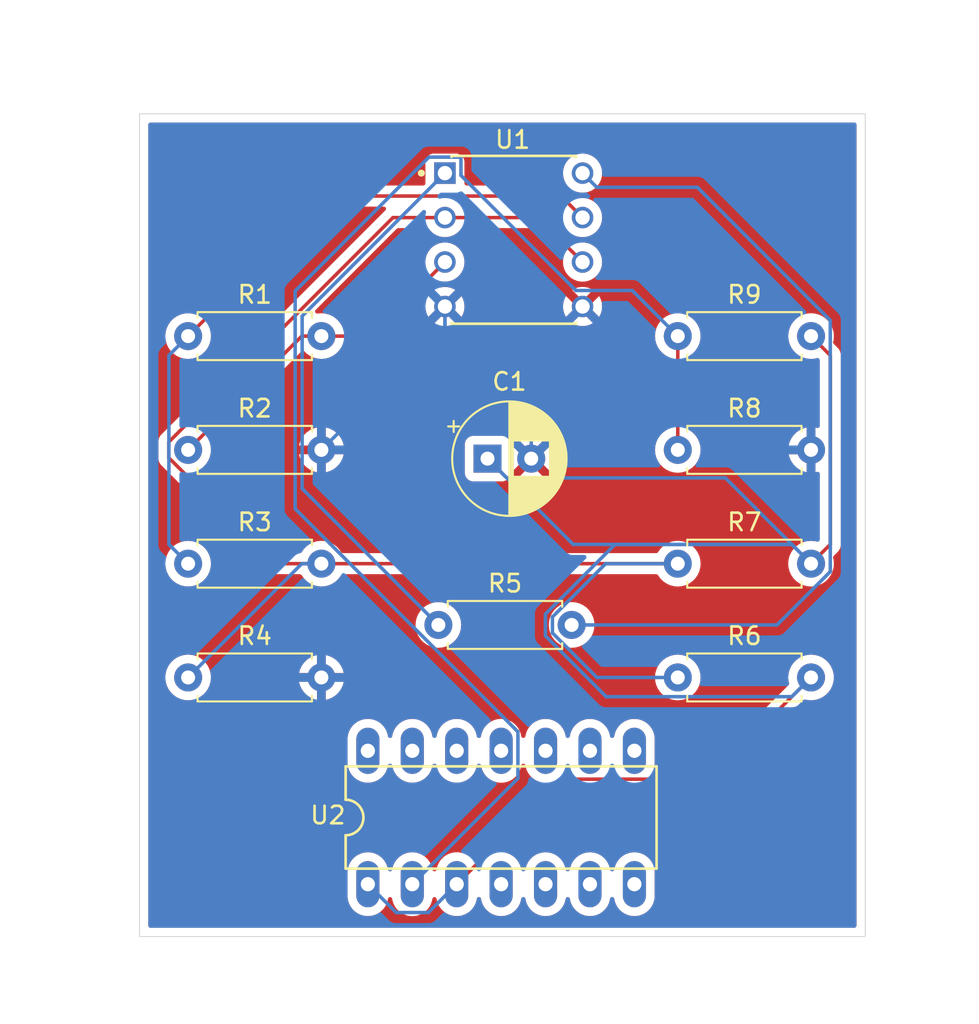
<source format=kicad_pcb>
(kicad_pcb (version 20240108) (generator "pcbnew") (generator_version "8.0")
  (title_block (title "Active Low Pass Filter IN-AMP") (date "2024-08-22") (rev "1") (company "Instituite of Radio Physics & Electronics; Calcutta University") (comment 1 "PCB Circuit Diagram"))
  (layers (0 "F.Cu" signal) (31 "B.Cu" signal) (34 "B.Paste" user) (35 "F.Paste" user) (36 "B.SilkS" user "B.Silkscreen") (37 "F.SilkS" user "F.Silkscreen") (38 "B.Mask" user) (39 "F.Mask" user) (44 "Edge.Cuts" user))
  (net 0 "")
  (net 1 "GND")
  (net 2 "/Vout")
  (net 3 "/VDD")
  (net 4 "Net-(U1-+)")
  (net 5 "Net-(U1--)")
  (net 6 "Net-(R5-Pad1)")
  (net 7 "Net-(R5-Pad2)")
  (net 8 "Net-(U2A--)")
  (footprint "Resistor_THT:R_Axial_DIN0207_L6.3mm_D2.5mm_P7.62mm_Horizontal" (layer "F.Cu") (at 133.7575 91.7)
    (property "Reference" "R1" (at 3.81 -2.37 0) (layer "F.SilkS"))
    (property "Value" "100k")
    (fp_line (start 0.54 -1.37) (end 7.08 -1.37) (stroke (width 0.12)) (layer "F.SilkS"))
    (fp_line (start 0.54 -1.04) (end 0.54 -1.37) (stroke (width 0.12)) (layer "F.SilkS"))
    (fp_line (start 0.54 1.04) (end 0.54 1.37) (stroke (width 0.12)) (layer "F.SilkS"))
    (fp_line (start 0.54 1.37) (end 7.08 1.37) (stroke (width 0.12)) (layer "F.SilkS"))
    (fp_line (start 7.08 -1.37) (end 7.08 -1.04) (stroke (width 0.12)) (layer "F.SilkS"))
    (fp_line (start 7.08 1.37) (end 7.08 1.04) (stroke (width 0.12)) (layer "F.SilkS"))
    (pad "1" thru_hole circle (at 0 0) (size 1.6 1.6) (drill 0.8) (layers "*.Cu" "*.Mask") (net 3 "/VDD"))
    (pad "2" thru_hole oval (at 7.62 0) (size 1.6 1.6) (drill 0.8) (layers "*.Cu" "*.Mask") (net 4 "Net-(U1-+)"))
  )
  (footprint "Resistor_THT:R_Axial_DIN0207_L6.3mm_D2.5mm_P7.62mm_Horizontal" (layer "F.Cu") (at 161.7575 104.7)
    (property "Reference" "R7" (at 3.81 -2.37 0) (layer "F.SilkS"))
    (property "Value" "10k")
    (fp_line (start 0.54 -1.37) (end 7.08 -1.37) (stroke (width 0.12)) (layer "F.SilkS"))
    (fp_line (start 0.54 -1.04) (end 0.54 -1.37) (stroke (width 0.12)) (layer "F.SilkS"))
    (fp_line (start 0.54 1.04) (end 0.54 1.37) (stroke (width 0.12)) (layer "F.SilkS"))
    (fp_line (start 0.54 1.37) (end 7.08 1.37) (stroke (width 0.12)) (layer "F.SilkS"))
    (fp_line (start 7.08 -1.37) (end 7.08 -1.04) (stroke (width 0.12)) (layer "F.SilkS"))
    (fp_line (start 7.08 1.37) (end 7.08 1.04) (stroke (width 0.12)) (layer "F.SilkS"))
    (pad "1" thru_hole circle (at 0 0) (size 1.6 1.6) (drill 0.8) (layers "*.Cu" "*.Mask") (net 5 "Net-(U1--)"))
    (pad "2" thru_hole oval (at 7.62 0) (size 1.6 1.6) (drill 0.8) (layers "*.Cu" "*.Mask") (net 2 "/Vout"))
  )
  (footprint "Resistor_THT:R_Axial_DIN0207_L6.3mm_D2.5mm_P7.62mm_Horizontal" (layer "F.Cu") (at 161.7575 91.7)
    (property "Reference" "R9" (at 3.81 -2.37 0) (layer "F.SilkS"))
    (property "Value" "50k")
    (fp_line (start 0.54 -1.37) (end 7.08 -1.37) (stroke (width 0.12)) (layer "F.SilkS"))
    (fp_line (start 0.54 -1.04) (end 0.54 -1.37) (stroke (width 0.12)) (layer "F.SilkS"))
    (fp_line (start 0.54 1.04) (end 0.54 1.37) (stroke (width 0.12)) (layer "F.SilkS"))
    (fp_line (start 0.54 1.37) (end 7.08 1.37) (stroke (width 0.12)) (layer "F.SilkS"))
    (fp_line (start 7.08 -1.37) (end 7.08 -1.04) (stroke (width 0.12)) (layer "F.SilkS"))
    (fp_line (start 7.08 1.37) (end 7.08 1.04) (stroke (width 0.12)) (layer "F.SilkS"))
    (pad "1" thru_hole circle (at 0 0) (size 1.6 1.6) (drill 0.8) (layers "*.Cu" "*.Mask") (net 8 "Net-(U2A--)"))
    (pad "2" thru_hole oval (at 7.62 0) (size 1.6 1.6) (drill 0.8) (layers "*.Cu" "*.Mask") (net 2 "/Vout"))
  )
  (footprint "Resistor_THT:R_Axial_DIN0207_L6.3mm_D2.5mm_P7.62mm_Horizontal" (layer "F.Cu") (at 148.0675 108.2)
    (property "Reference" "R5" (at 3.81 -2.37 0) (layer "F.SilkS"))
    (property "Value" "500" (hide yes))
    (fp_line (start 0.54 -1.37) (end 7.08 -1.37) (stroke (width 0.12)) (layer "F.SilkS"))
    (fp_line (start 0.54 -1.04) (end 0.54 -1.37) (stroke (width 0.12)) (layer "F.SilkS"))
    (fp_line (start 0.54 1.04) (end 0.54 1.37) (stroke (width 0.12)) (layer "F.SilkS"))
    (fp_line (start 0.54 1.37) (end 7.08 1.37) (stroke (width 0.12)) (layer "F.SilkS"))
    (fp_line (start 7.08 -1.37) (end 7.08 -1.04) (stroke (width 0.12)) (layer "F.SilkS"))
    (fp_line (start 7.08 1.37) (end 7.08 1.04) (stroke (width 0.12)) (layer "F.SilkS"))
    (pad "1" thru_hole circle (at 0 0) (size 1.6 1.6) (drill 0.8) (layers "*.Cu" "*.Mask") (net 6 "Net-(R5-Pad1)"))
    (pad "2" thru_hole oval (at 7.62 0) (size 1.6 1.6) (drill 0.8) (layers "*.Cu" "*.Mask") (net 7 "Net-(R5-Pad2)"))
  )
  (footprint "TL084:DIL14" (layer "F.Cu") (at 151.655121 119.2)
    (property "Reference" "U2" (at -9.906 -0.127 0) (layer "F.SilkS"))
    (property "Value" "TL084")
    (fp_line (start -8.89 -2.921) (end -8.89 -1.016) (stroke (width 0.1524)) (layer "F.SilkS"))
    (fp_line (start -8.89 2.921) (end -8.89 1.016) (stroke (width 0.1524)) (layer "F.SilkS"))
    (fp_line (start -8.89 2.921) (end 8.89 2.921) (stroke (width 0.1524)) (layer "F.SilkS"))
    (fp_line (start 8.89 -2.921) (end -8.89 -2.921) (stroke (width 0.1524)) (layer "F.SilkS"))
    (fp_line (start 8.89 -2.921) (end 8.89 2.921) (stroke (width 0.1524)) (layer "F.SilkS"))
    (fp_arc (start -8.89 -1.016) (mid -7.874 0) (end -8.89 1.016) (stroke (width 0.1524)) (layer "F.SilkS"))
    (pad "1" thru_hole oval (at -7.62 3.81) (size 1.3208 2.6416) (drill 0.8128) (layers "*.Cu" "*.Mask") (net 2 "/Vout"))
    (pad "2" thru_hole oval (at -5.08 3.81) (size 1.3208 2.6416) (drill 0.8128) (layers "*.Cu" "*.Mask") (net 8 "Net-(U2A--)"))
    (pad "3" thru_hole oval (at -2.54 3.81) (size 1.3208 2.6416) (drill 0.8128) (layers "*.Cu" "*.Mask") (net 2 "/Vout"))
    (pad "4" thru_hole oval (at 0 3.81) (size 1.3208 2.6416) (drill 0.8128) (layers "*.Cu" "*.Mask"))
    (pad "5" thru_hole oval (at 2.54 3.81) (size 1.3208 2.6416) (drill 0.8128) (layers "*.Cu" "*.Mask"))
    (pad "6" thru_hole oval (at 5.08 3.81) (size 1.3208 2.6416) (drill 0.8128) (layers "*.Cu" "*.Mask"))
    (pad "7" thru_hole oval (at 7.62 3.81) (size 1.3208 2.6416) (drill 0.8128) (layers "*.Cu" "*.Mask"))
    (pad "8" thru_hole oval (at 7.62 -3.81) (size 1.3208 2.6416) (drill 0.8128) (layers "*.Cu" "*.Mask"))
    (pad "9" thru_hole oval (at 5.08 -3.81) (size 1.3208 2.6416) (drill 0.8128) (layers "*.Cu" "*.Mask"))
    (pad "10" thru_hole oval (at 2.54 -3.81) (size 1.3208 2.6416) (drill 0.8128) (layers "*.Cu" "*.Mask"))
    (pad "11" thru_hole oval (at 0 -3.81) (size 1.3208 2.6416) (drill 0.8128) (layers "*.Cu" "*.Mask"))
    (pad "12" thru_hole oval (at -2.54 -3.81) (size 1.3208 2.6416) (drill 0.8128) (layers "*.Cu" "*.Mask"))
    (pad "13" thru_hole oval (at -5.08 -3.81) (size 1.3208 2.6416) (drill 0.8128) (layers "*.Cu" "*.Mask"))
    (pad "14" thru_hole oval (at -7.62 -3.81) (size 1.3208 2.6416) (drill 0.8128) (layers "*.Cu" "*.Mask"))
  )
  (footprint "Resistor_THT:R_Axial_DIN0207_L6.3mm_D2.5mm_P7.62mm_Horizontal" (layer "F.Cu") (at 133.7575 98.2)
    (property "Reference" "R2" (at 3.81 -2.37 0) (layer "F.SilkS"))
    (property "Value" "100k")
    (fp_line (start 0.54 -1.37) (end 7.08 -1.37) (stroke (width 0.12)) (layer "F.SilkS"))
    (fp_line (start 0.54 -1.04) (end 0.54 -1.37) (stroke (width 0.12)) (layer "F.SilkS"))
    (fp_line (start 0.54 1.04) (end 0.54 1.37) (stroke (width 0.12)) (layer "F.SilkS"))
    (fp_line (start 0.54 1.37) (end 7.08 1.37) (stroke (width 0.12)) (layer "F.SilkS"))
    (fp_line (start 7.08 -1.37) (end 7.08 -1.04) (stroke (width 0.12)) (layer "F.SilkS"))
    (fp_line (start 7.08 1.37) (end 7.08 1.04) (stroke (width 0.12)) (layer "F.SilkS"))
    (pad "1" thru_hole circle (at 0 0) (size 1.6 1.6) (drill 0.8) (layers "*.Cu" "*.Mask") (net 4 "Net-(U1-+)"))
    (pad "2" thru_hole oval (at 7.62 0) (size 1.6 1.6) (drill 0.8) (layers "*.Cu" "*.Mask") (net 1 "GND"))
  )
  (footprint "AD620AN:DIP787W46P254L1016H533Q8" (layer "F.Cu") (at 152.3775 86.2)
    (property "Reference" "U1" (at -0.065 -5.72 0) (layer "F.SilkS"))
    (property "Value" "AD620")
    (fp_line (start -3.56 -4.795) (end -3.56 -4.74) (stroke (width 0.1524)) (layer "F.SilkS"))
    (fp_line (start -3.56 4.74) (end -3.56 4.795) (stroke (width 0.1524)) (layer "F.SilkS"))
    (fp_line (start -3.56 4.795) (end 3.56 4.795) (stroke (width 0.1524)) (layer "F.SilkS"))
    (fp_line (start 3.56 -4.795) (end -3.56 -4.795) (stroke (width 0.1524)) (layer "F.SilkS"))
    (fp_line (start 3.56 -4.74) (end 3.56 -4.795) (stroke (width 0.1524)) (layer "F.SilkS"))
    (fp_line (start 3.56 4.795) (end 3.56 4.74) (stroke (width 0.1524)) (layer "F.SilkS"))
    (fp_circle (center -5.285 -3.81) (end -5.185 -3.81) (stroke (width 0.2)) (fill none) (layer "F.SilkS"))
    (pad "1" thru_hole rect (at -3.935 -3.81) (size 1.23 1.23) (drill 0.82) (layers "*.Cu" "*.Mask") (net 6 "Net-(R5-Pad1)"))
    (pad "2" thru_hole circle (at -3.935 -1.27) (size 1.23 1.23) (drill 0.82) (layers "*.Cu" "*.Mask") (net 5 "Net-(U1--)"))
    (pad "3" thru_hole circle (at -3.935 1.27) (size 1.23 1.23) (drill 0.82) (layers "*.Cu" "*.Mask") (net 4 "Net-(U1-+)"))
    (pad "4" thru_hole circle (at -3.935 3.81) (size 1.23 1.23) (drill 0.82) (layers "*.Cu" "*.Mask") (net 1 "GND"))
    (pad "5" thru_hole circle (at 3.935 3.81) (size 1.23 1.23) (drill 0.82) (layers "*.Cu" "*.Mask") (net 1 "GND"))
    (pad "6" thru_hole circle (at 3.935 1.27) (size 1.23 1.23) (drill 0.82) (layers "*.Cu" "*.Mask") (net 5 "Net-(U1--)"))
    (pad "7" thru_hole circle (at 3.935 -1.27) (size 1.23 1.23) (drill 0.82) (layers "*.Cu" "*.Mask") (net 3 "/VDD"))
    (pad "8" thru_hole circle (at 3.935 -3.81) (size 1.23 1.23) (drill 0.82) (layers "*.Cu" "*.Mask") (net 7 "Net-(R5-Pad2)"))
  )
  (footprint "Capacitor_THT:CP_Radial_D6.3mm_P2.50mm" (layer "F.Cu") (at 150.8775 98.7)
    (property "Reference" "C1" (at 1.25 -4.4 0) (layer "F.SilkS"))
    (property "Value" "100 nF")
    (fp_line (start -2.250241 -1.839) (end -1.620241 -1.839) (stroke (width 0.12)) (layer "F.SilkS"))
    (fp_line (start -1.935241 -2.154) (end -1.935241 -1.524) (stroke (width 0.12)) (layer "F.SilkS"))
    (fp_line (start 1.25 -3.23) (end 1.25 3.23) (stroke (width 0.12)) (layer "F.SilkS"))
    (fp_line (start 1.29 -3.23) (end 1.29 3.23) (stroke (width 0.12)) (layer "F.SilkS"))
    (fp_line (start 1.33 -3.23) (end 1.33 3.23) (stroke (width 0.12)) (layer "F.SilkS"))
    (fp_line (start 1.37 -3.228) (end 1.37 3.228) (stroke (width 0.12)) (layer "F.SilkS"))
    (fp_line (start 1.41 -3.227) (end 1.41 3.227) (stroke (width 0.12)) (layer "F.SilkS"))
    (fp_line (start 1.45 -3.224) (end 1.45 3.224) (stroke (width 0.12)) (layer "F.SilkS"))
    (fp_line (start 1.49 -3.222) (end 1.49 -1.04) (stroke (width 0.12)) (layer "F.SilkS"))
    (fp_line (start 1.49 1.04) (end 1.49 3.222) (stroke (width 0.12)) (layer "F.SilkS"))
    (fp_line (start 1.53 -3.218) (end 1.53 -1.04) (stroke (width 0.12)) (layer "F.SilkS"))
    (fp_line (start 1.53 1.04) (end 1.53 3.218) (stroke (width 0.12)) (layer "F.SilkS"))
    (fp_line (start 1.57 -3.215) (end 1.57 -1.04) (stroke (width 0.12)) (layer "F.SilkS"))
    (fp_line (start 1.57 1.04) (end 1.57 3.215) (stroke (width 0.12)) (layer "F.SilkS"))
    (fp_line (start 1.61 -3.211) (end 1.61 -1.04) (stroke (width 0.12)) (layer "F.SilkS"))
    (fp_line (start 1.61 1.04) (end 1.61 3.211) (stroke (width 0.12)) (layer "F.SilkS"))
    (fp_line (start 1.65 -3.206) (end 1.65 -1.04) (stroke (width 0.12)) (layer "F.SilkS"))
    (fp_line (start 1.65 1.04) (end 1.65 3.206) (stroke (width 0.12)) (layer "F.SilkS"))
    (fp_line (start 1.69 -3.201) (end 1.69 -1.04) (stroke (width 0.12)) (layer "F.SilkS"))
    (fp_line (start 1.69 1.04) (end 1.69 3.201) (stroke (width 0.12)) (layer "F.SilkS"))
    (fp_line (start 1.73 -3.195) (end 1.73 -1.04) (stroke (width 0.12)) (layer "F.SilkS"))
    (fp_line (start 1.73 1.04) (end 1.73 3.195) (stroke (width 0.12)) (layer "F.SilkS"))
    (fp_line (start 1.77 -3.189) (end 1.77 -1.04) (stroke (width 0.12)) (layer "F.SilkS"))
    (fp_line (start 1.77 1.04) (end 1.77 3.189) (stroke (width 0.12)) (layer "F.SilkS"))
    (fp_line (start 1.81 -3.182) (end 1.81 -1.04) (stroke (width 0.12)) (layer "F.SilkS"))
    (fp_line (start 1.81 1.04) (end 1.81 3.182) (stroke (width 0.12)) (layer "F.SilkS"))
    (fp_line (start 1.85 -3.175) (end 1.85 -1.04) (stroke (width 0.12)) (layer "F.SilkS"))
    (fp_line (start 1.85 1.04) (end 1.85 3.175) (stroke (width 0.12)) (layer "F.SilkS"))
    (fp_line (start 1.89 -3.167) (end 1.89 -1.04) (stroke (width 0.12)) (layer "F.SilkS"))
    (fp_line (start 1.89 1.04) (end 1.89 3.167) (stroke (width 0.12)) (layer "F.SilkS"))
    (fp_line (start 1.93 -3.159) (end 1.93 -1.04) (stroke (width 0.12)) (layer "F.SilkS"))
    (fp_line (start 1.93 1.04) (end 1.93 3.159) (stroke (width 0.12)) (layer "F.SilkS"))
    (fp_line (start 1.971 -3.15) (end 1.971 -1.04) (stroke (width 0.12)) (layer "F.SilkS"))
    (fp_line (start 1.971 1.04) (end 1.971 3.15) (stroke (width 0.12)) (layer "F.SilkS"))
    (fp_line (start 2.011 -3.141) (end 2.011 -1.04) (stroke (width 0.12)) (layer "F.SilkS"))
    (fp_line (start 2.011 1.04) (end 2.011 3.141) (stroke (width 0.12)) (layer "F.SilkS"))
    (fp_line (start 2.051 -3.131) (end 2.051 -1.04) (stroke (width 0.12)) (layer "F.SilkS"))
    (fp_line (start 2.051 1.04) (end 2.051 3.131) (stroke (width 0.12)) (layer "F.SilkS"))
    (fp_line (start 2.091 -3.121) (end 2.091 -1.04) (stroke (width 0.12)) (layer "F.SilkS"))
    (fp_line (start 2.091 1.04) (end 2.091 3.121) (stroke (width 0.12)) (layer "F.SilkS"))
    (fp_line (start 2.131 -3.11) (end 2.131 -1.04) (stroke (width 0.12)) (layer "F.SilkS"))
    (fp_line (start 2.131 1.04) (end 2.131 3.11) (stroke (width 0.12)) (layer "F.SilkS"))
    (fp_line (start 2.171 -3.098) (end 2.171 -1.04) (stroke (width 0.12)) (layer "F.SilkS"))
    (fp_line (start 2.171 1.04) (end 2.171 3.098) (stroke (width 0.12)) (layer "F.SilkS"))
    (fp_line (start 2.211 -3.086) (end 2.211 -1.04) (stroke (width 0.12)) (layer "F.SilkS"))
    (fp_line (start 2.211 1.04) (end 2.211 3.086) (stroke (width 0.12)) (layer "F.SilkS"))
    (fp_line (start 2.251 -3.074) (end 2.251 -1.04) (stroke (width 0.12)) (layer "F.SilkS"))
    (fp_line (start 2.251 1.04) (end 2.251 3.074) (stroke (width 0.12)) (layer "F.SilkS"))
    (fp_line (start 2.291 -3.061) (end 2.291 -1.04) (stroke (width 0.12)) (layer "F.SilkS"))
    (fp_line (start 2.291 1.04) (end 2.291 3.061) (stroke (width 0.12)) (layer "F.SilkS"))
    (fp_line (start 2.331 -3.047) (end 2.331 -1.04) (stroke (width 0.12)) (layer "F.SilkS"))
    (fp_line (start 2.331 1.04) (end 2.331 3.047) (stroke (width 0.12)) (layer "F.SilkS"))
    (fp_line (start 2.371 -3.033) (end 2.371 -1.04) (stroke (width 0.12)) (layer "F.SilkS"))
    (fp_line (start 2.371 1.04) (end 2.371 3.033) (stroke (width 0.12)) (layer "F.SilkS"))
    (fp_line (start 2.411 -3.018) (end 2.411 -1.04) (stroke (width 0.12)) (layer "F.SilkS"))
    (fp_line (start 2.411 1.04) (end 2.411 3.018) (stroke (width 0.12)) (layer "F.SilkS"))
    (fp_line (start 2.451 -3.002) (end 2.451 -1.04) (stroke (width 0.12)) (layer "F.SilkS"))
    (fp_line (start 2.451 1.04) (end 2.451 3.002) (stroke (width 0.12)) (layer "F.SilkS"))
    (fp_line (start 2.491 -2.986) (end 2.491 -1.04) (stroke (width 0.12)) (layer "F.SilkS"))
    (fp_line (start 2.491 1.04) (end 2.491 2.986) (stroke (width 0.12)) (layer "F.SilkS"))
    (fp_line (start 2.531 -2.97) (end 2.531 -1.04) (stroke (width 0.12)) (layer "F.SilkS"))
    (fp_line (start 2.531 1.04) (end 2.531 2.97) (stroke (width 0.12)) (layer "F.SilkS"))
    (fp_line (start 2.571 -2.952) (end 2.571 -1.04) (stroke (width 0.12)) (layer "F.SilkS"))
    (fp_line (start 2.571 1.04) (end 2.571 2.952) (stroke (width 0.12)) (layer "F.SilkS"))
    (fp_line (start 2.611 -2.934) (end 2.611 -1.04) (stroke (width 0.12)) (layer "F.SilkS"))
    (fp_line (start 2.611 1.04) (end 2.611 2.934) (stroke (width 0.12)) (layer "F.SilkS"))
    (fp_line (start 2.651 -2.916) (end 2.651 -1.04) (stroke (width 0.12)) (layer "F.SilkS"))
    (fp_line (start 2.651 1.04) (end 2.651 2.916) (stroke (width 0.12)) (layer "F.SilkS"))
    (fp_line (start 2.691 -2.896) (end 2.691 -1.04) (stroke (width 0.12)) (layer "F.SilkS"))
    (fp_line (start 2.691 1.04) (end 2.691 2.896) (stroke (width 0.12)) (layer "F.SilkS"))
    (fp_line (start 2.731 -2.876) (end 2.731 -1.04) (stroke (width 0.12)) (layer "F.SilkS"))
    (fp_line (start 2.731 1.04) (end 2.731 2.876) (stroke (width 0.12)) (layer "F.SilkS"))
    (fp_line (start 2.771 -2.856) (end 2.771 -1.04) (stroke (width 0.12)) (layer "F.SilkS"))
    (fp_line (start 2.771 1.04) (end 2.771 2.856) (stroke (width 0.12)) (layer "F.SilkS"))
    (fp_line (start 2.811 -2.834) (end 2.811 -1.04) (stroke (width 0.12)) (layer "F.SilkS"))
    (fp_line (start 2.811 1.04) (end 2.811 2.834) (stroke (width 0.12)) (layer "F.SilkS"))
    (fp_line (start 2.851 -2.812) (end 2.851 -1.04) (stroke (width 0.12)) (layer "F.SilkS"))
    (fp_line (start 2.851 1.04) (end 2.851 2.812) (stroke (width 0.12)) (layer "F.SilkS"))
    (fp_line (start 2.891 -2.79) (end 2.891 -1.04) (stroke (width 0.12)) (layer "F.SilkS"))
    (fp_line (start 2.891 1.04) (end 2.891 2.79) (stroke (width 0.12)) (layer "F.SilkS"))
    (fp_line (start 2.931 -2.766) (end 2.931 -1.04) (stroke (width 0.12)) (layer "F.SilkS"))
    (fp_line (start 2.931 1.04) (end 2.931 2.766) (stroke (width 0.12)) (layer "F.SilkS"))
    (fp_line (start 2.971 -2.742) (end 2.971 -1.04) (stroke (width 0.12)) (layer "F.SilkS"))
    (fp_line (start 2.971 1.04) (end 2.971 2.742) (stroke (width 0.12)) (layer "F.SilkS"))
    (fp_line (start 3.011 -2.716) (end 3.011 -1.04) (stroke (width 0.12)) (layer "F.SilkS"))
    (fp_line (start 3.011 1.04) (end 3.011 2.716) (stroke (width 0.12)) (layer "F.SilkS"))
    (fp_line (start 3.051 -2.69) (end 3.051 -1.04) (stroke (width 0.12)) (layer "F.SilkS"))
    (fp_line (start 3.051 1.04) (end 3.051 2.69) (stroke (width 0.12)) (layer "F.SilkS"))
    (fp_line (start 3.091 -2.664) (end 3.091 -1.04) (stroke (width 0.12)) (layer "F.SilkS"))
    (fp_line (start 3.091 1.04) (end 3.091 2.664) (stroke (width 0.12)) (layer "F.SilkS"))
    (fp_line (start 3.131 -2.636) (end 3.131 -1.04) (stroke (width 0.12)) (layer "F.SilkS"))
    (fp_line (start 3.131 1.04) (end 3.131 2.636) (stroke (width 0.12)) (layer "F.SilkS"))
    (fp_line (start 3.171 -2.607) (end 3.171 -1.04) (stroke (width 0.12)) (layer "F.SilkS"))
    (fp_line (start 3.171 1.04) (end 3.171 2.607) (stroke (width 0.12)) (layer "F.SilkS"))
    (fp_line (start 3.211 -2.578) (end 3.211 -1.04) (stroke (width 0.12)) (layer "F.SilkS"))
    (fp_line (start 3.211 1.04) (end 3.211 2.578) (stroke (width 0.12)) (layer "F.SilkS"))
    (fp_line (start 3.251 -2.548) (end 3.251 -1.04) (stroke (width 0.12)) (layer "F.SilkS"))
    (fp_line (start 3.251 1.04) (end 3.251 2.548) (stroke (width 0.12)) (layer "F.SilkS"))
    (fp_line (start 3.291 -2.516) (end 3.291 -1.04) (stroke (width 0.12)) (layer "F.SilkS"))
    (fp_line (start 3.291 1.04) (end 3.291 2.516) (stroke (width 0.12)) (layer "F.SilkS"))
    (fp_line (start 3.331 -2.484) (end 3.331 -1.04) (stroke (width 0.12)) (layer "F.SilkS"))
    (fp_line (start 3.331 1.04) (end 3.331 2.484) (stroke (width 0.12)) (layer "F.SilkS"))
    (fp_line (start 3.371 -2.45) (end 3.371 -1.04) (stroke (width 0.12)) (layer "F.SilkS"))
    (fp_line (start 3.371 1.04) (end 3.371 2.45) (stroke (width 0.12)) (layer "F.SilkS"))
    (fp_line (start 3.411 -2.416) (end 3.411 -1.04) (stroke (width 0.12)) (layer "F.SilkS"))
    (fp_line (start 3.411 1.04) (end 3.411 2.416) (stroke (width 0.12)) (layer "F.SilkS"))
    (fp_line (start 3.451 -2.38) (end 3.451 -1.04) (stroke (width 0.12)) (layer "F.SilkS"))
    (fp_line (start 3.451 1.04) (end 3.451 2.38) (stroke (width 0.12)) (layer "F.SilkS"))
    (fp_line (start 3.491 -2.343) (end 3.491 -1.04) (stroke (width 0.12)) (layer "F.SilkS"))
    (fp_line (start 3.491 1.04) (end 3.491 2.343) (stroke (width 0.12)) (layer "F.SilkS"))
    (fp_line (start 3.531 -2.305) (end 3.531 -1.04) (stroke (width 0.12)) (layer "F.SilkS"))
    (fp_line (start 3.531 1.04) (end 3.531 2.305) (stroke (width 0.12)) (layer "F.SilkS"))
    (fp_line (start 3.571 -2.265) (end 3.571 2.265) (stroke (width 0.12)) (layer "F.SilkS"))
    (fp_line (start 3.611 -2.224) (end 3.611 2.224) (stroke (width 0.12)) (layer "F.SilkS"))
    (fp_line (start 3.651 -2.182) (end 3.651 2.182) (stroke (width 0.12)) (layer "F.SilkS"))
    (fp_line (start 3.691 -2.137) (end 3.691 2.137) (stroke (width 0.12)) (layer "F.SilkS"))
    (fp_line (start 3.731 -2.092) (end 3.731 2.092) (stroke (width 0.12)) (layer "F.SilkS"))
    (fp_line (start 3.771 -2.044) (end 3.771 2.044) (stroke (width 0.12)) (layer "F.SilkS"))
    (fp_line (start 3.811 -1.995) (end 3.811 1.995) (stroke (width 0.12)) (layer "F.SilkS"))
    (fp_line (start 3.851 -1.944) (end 3.851 1.944) (stroke (width 0.12)) (layer "F.SilkS"))
    (fp_line (start 3.891 -1.89) (end 3.891 1.89) (stroke (width 0.12)) (layer "F.SilkS"))
    (fp_line (start 3.931 -1.834) (end 3.931 1.834) (stroke (width 0.12)) (layer "F.SilkS"))
    (fp_line (start 3.971 -1.776) (end 3.971 1.776) (stroke (width 0.12)) (layer "F.SilkS"))
    (fp_line (start 4.011 -1.714) (end 4.011 1.714) (stroke (width 0.12)) (layer "F.SilkS"))
    (fp_line (start 4.051 -1.65) (end 4.051 1.65) (stroke (width 0.12)) (layer "F.SilkS"))
    (fp_line (start 4.091 -1.581) (end 4.091 1.581) (stroke (width 0.12)) (layer "F.SilkS"))
    (fp_line (start 4.131 -1.509) (end 4.131 1.509) (stroke (width 0.12)) (layer "F.SilkS"))
    (fp_line (start 4.171 -1.432) (end 4.171 1.432) (stroke (width 0.12)) (layer "F.SilkS"))
    (fp_line (start 4.211 -1.35) (end 4.211 1.35) (stroke (width 0.12)) (layer "F.SilkS"))
    (fp_line (start 4.251 -1.262) (end 4.251 1.262) (stroke (width 0.12)) (layer "F.SilkS"))
    (fp_line (start 4.291 -1.165) (end 4.291 1.165) (stroke (width 0.12)) (layer "F.SilkS"))
    (fp_line (start 4.331 -1.059) (end 4.331 1.059) (stroke (width 0.12)) (layer "F.SilkS"))
    (fp_line (start 4.371 -0.94) (end 4.371 0.94) (stroke (width 0.12)) (layer "F.SilkS"))
    (fp_line (start 4.411 -0.802) (end 4.411 0.802) (stroke (width 0.12)) (layer "F.SilkS"))
    (fp_line (start 4.451 -0.633) (end 4.451 0.633) (stroke (width 0.12)) (layer "F.SilkS"))
    (fp_line (start 4.491 -0.402) (end 4.491 0.402) (stroke (width 0.12)) (layer "F.SilkS"))
    (fp_circle (center 1.25 0) (end 4.52 0) (stroke (width 0.12)) (fill none) (layer "F.SilkS"))
    (pad "1" thru_hole rect (at 0 0) (size 1.6 1.6) (drill 0.8) (layers "*.Cu" "*.Mask") (net 2 "/Vout"))
    (pad "2" thru_hole circle (at 2.5 0) (size 1.6 1.6) (drill 0.8) (layers "*.Cu" "*.Mask") (net 1 "GND"))
  )
  (footprint "Resistor_THT:R_Axial_DIN0207_L6.3mm_D2.5mm_P7.62mm_Horizontal" (layer "F.Cu") (at 133.7575 111.2)
    (property "Reference" "R4" (at 3.81 -2.37 0) (layer "F.SilkS"))
    (property "Value" "100k")
    (fp_line (start 0.54 -1.37) (end 7.08 -1.37) (stroke (width 0.12)) (layer "F.SilkS"))
    (fp_line (start 0.54 -1.04) (end 0.54 -1.37) (stroke (width 0.12)) (layer "F.SilkS"))
    (fp_line (start 0.54 1.04) (end 0.54 1.37) (stroke (width 0.12)) (layer "F.SilkS"))
    (fp_line (start 0.54 1.37) (end 7.08 1.37) (stroke (width 0.12)) (layer "F.SilkS"))
    (fp_line (start 7.08 -1.37) (end 7.08 -1.04) (stroke (width 0.12)) (layer "F.SilkS"))
    (fp_line (start 7.08 1.37) (end 7.08 1.04) (stroke (width 0.12)) (layer "F.SilkS"))
    (pad "1" thru_hole circle (at 0 0) (size 1.6 1.6) (drill 0.8) (layers "*.Cu" "*.Mask") (net 5 "Net-(U1--)"))
    (pad "2" thru_hole oval (at 7.62 0) (size 1.6 1.6) (drill 0.8) (layers "*.Cu" "*.Mask") (net 1 "GND"))
  )
  (footprint "Resistor_THT:R_Axial_DIN0207_L6.3mm_D2.5mm_P7.62mm_Horizontal" (layer "F.Cu") (at 161.7575 111.2)
    (property "Reference" "R6" (at 3.81 -2.37 0) (layer "F.SilkS"))
    (property "Value" "47k")
    (fp_line (start 0.54 -1.37) (end 7.08 -1.37) (stroke (width 0.12)) (layer "F.SilkS"))
    (fp_line (start 0.54 -1.04) (end 0.54 -1.37) (stroke (width 0.12)) (layer "F.SilkS"))
    (fp_line (start 0.54 1.04) (end 0.54 1.37) (stroke (width 0.12)) (layer "F.SilkS"))
    (fp_line (start 0.54 1.37) (end 7.08 1.37) (stroke (width 0.12)) (layer "F.SilkS"))
    (fp_line (start 7.08 -1.37) (end 7.08 -1.04) (stroke (width 0.12)) (layer "F.SilkS"))
    (fp_line (start 7.08 1.37) (end 7.08 1.04) (stroke (width 0.12)) (layer "F.SilkS"))
    (pad "1" thru_hole circle (at 0 0) (size 1.6 1.6) (drill 0.8) (layers "*.Cu" "*.Mask") (net 5 "Net-(U1--)"))
    (pad "2" thru_hole oval (at 7.62 0) (size 1.6 1.6) (drill 0.8) (layers "*.Cu" "*.Mask") (net 2 "/Vout"))
  )
  (footprint "Resistor_THT:R_Axial_DIN0207_L6.3mm_D2.5mm_P7.62mm_Horizontal" (layer "F.Cu") (at 161.7575 98.2)
    (property "Reference" "R8" (at 3.81 -2.37 0) (layer "F.SilkS"))
    (property "Value" "10k")
    (fp_line (start 0.54 -1.37) (end 7.08 -1.37) (stroke (width 0.12)) (layer "F.SilkS"))
    (fp_line (start 0.54 -1.04) (end 0.54 -1.37) (stroke (width 0.12)) (layer "F.SilkS"))
    (fp_line (start 0.54 1.04) (end 0.54 1.37) (stroke (width 0.12)) (layer "F.SilkS"))
    (fp_line (start 0.54 1.37) (end 7.08 1.37) (stroke (width 0.12)) (layer "F.SilkS"))
    (fp_line (start 7.08 -1.37) (end 7.08 -1.04) (stroke (width 0.12)) (layer "F.SilkS"))
    (fp_line (start 7.08 1.37) (end 7.08 1.04) (stroke (width 0.12)) (layer "F.SilkS"))
    (pad "1" thru_hole circle (at 0 0) (size 1.6 1.6) (drill 0.8) (layers "*.Cu" "*.Mask") (net 8 "Net-(U2A--)"))
    (pad "2" thru_hole oval (at 7.62 0) (size 1.6 1.6) (drill 0.8) (layers "*.Cu" "*.Mask") (net 1 "GND"))
  )
  (footprint "Resistor_THT:R_Axial_DIN0207_L6.3mm_D2.5mm_P7.62mm_Horizontal" (layer "F.Cu") (at 133.7575 104.7)
    (property "Reference" "R3" (at 3.81 -2.37 0) (layer "F.SilkS"))
    (property "Value" "100k")
    (fp_line (start 0.54 -1.37) (end 7.08 -1.37) (stroke (width 0.12)) (layer "F.SilkS"))
    (fp_line (start 0.54 -1.04) (end 0.54 -1.37) (stroke (width 0.12)) (layer "F.SilkS"))
    (fp_line (start 0.54 1.04) (end 0.54 1.37) (stroke (width 0.12)) (layer "F.SilkS"))
    (fp_line (start 0.54 1.37) (end 7.08 1.37) (stroke (width 0.12)) (layer "F.SilkS"))
    (fp_line (start 7.08 -1.37) (end 7.08 -1.04) (stroke (width 0.12)) (layer "F.SilkS"))
    (fp_line (start 7.08 1.37) (end 7.08 1.04) (stroke (width 0.12)) (layer "F.SilkS"))
    (pad "1" thru_hole circle (at 0 0) (size 1.6 1.6) (drill 0.8) (layers "*.Cu" "*.Mask") (net 3 "/VDD"))
    (pad "2" thru_hole oval (at 7.62 0) (size 1.6 1.6) (drill 0.8) (layers "*.Cu" "*.Mask") (net 5 "Net-(U1--)"))
  )
  (gr_rect (start 130.9775 79) (end 172.4775 126) (stroke (width 0.05)) (fill none) (layer "Edge.Cuts"))
  (segment (start 153.3775 98.7) (end 153.3775 92.945) (width 0.2) (layer "B.Cu") (net 1))
  (segment (start 164.5025 98.2) (end 169.3775 98.2) (width 0.2) (layer "B.Cu") (net 1))
  (segment (start 148.4425 93.765) (end 148.8775 94.2) (width 0.2) (layer "B.Cu") (net 1))
  (segment (start 141.3775 98.2) (end 148.4425 91.135) (width 0.2) (layer "B.Cu") (net 1))
  (segment (start 148.8775 94.2) (end 153.3775 98.7) (width 0.2) (layer "B.Cu") (net 1))
  (segment (start 148.4425 90.01) (end 148.4425 93.765) (width 0.2) (layer "B.Cu") (net 1))
  (segment (start 153.3775 92.945) (end 156.3125 90.01) (width 0.2) (layer "B.Cu") (net 1))
  (segment (start 148.4425 91.135) (end 148.4425 90.01) (width 0.2) (layer "B.Cu") (net 1))
  (segment (start 156.3125 90.01) (end 164.5025 98.2) (width 0.2) (layer "B.Cu") (net 1))
  (segment (start 163.5667 117.0108) (end 169.3775 111.2) (width 0.2) (layer "F.Cu") (net 2))
  (segment (start 169.3775 91.7) (end 170.4775 92.8) (width 0.2) (layer "F.Cu") (net 2))
  (segment (start 170.4775 103.6) (end 169.3775 104.7) (width 0.2) (layer "F.Cu") (net 2))
  (segment (start 155.114321 117.0108) (end 163.5667 117.0108) (width 0.2) (layer "F.Cu") (net 2))
  (segment (start 149.115121 123.01) (end 155.114321 117.0108) (width 0.2) (layer "F.Cu") (net 2))
  (segment (start 170.4775 92.8) (end 170.4775 103.6) (width 0.2) (layer "F.Cu") (net 2))
  (segment (start 145.655921 124.6308) (end 147.494321 124.6308) (width 0.2) (layer "B.Cu") (net 2))
  (segment (start 164.4775 99.8) (end 151.9775 99.8) (width 0.2) (layer "B.Cu") (net 2))
  (segment (start 158.166179 103.6) (end 168.2775 103.6) (width 0.2) (layer "B.Cu") (net 2))
  (segment (start 150.8775 98.7) (end 155.7775 103.6) (width 0.2) (layer "B.Cu") (net 2))
  (segment (start 147.494321 124.6308) (end 149.115121 123.01) (width 0.2) (layer "B.Cu") (net 2))
  (segment (start 168.2775 112.3) (end 157.666179 112.3) (width 0.2) (layer "B.Cu") (net 2))
  (segment (start 169.3775 111.2) (end 168.2775 112.3) (width 0.2) (layer "B.Cu") (net 2))
  (segment (start 154.1875 108.821321) (end 154.1875 107.578679) (width 0.2) (layer "B.Cu") (net 2))
  (segment (start 151.9775 99.8) (end 150.8775 98.7) (width 0.2) (layer "B.Cu") (net 2))
  (segment (start 155.7775 103.6) (end 168.2775 103.6) (width 0.2) (layer "B.Cu") (net 2))
  (segment (start 157.666179 112.3) (end 154.1875 108.821321) (width 0.2) (layer "B.Cu") (net 2))
  (segment (start 144.035121 123.01) (end 145.655921 124.6308) (width 0.2) (layer "B.Cu") (net 2))
  (segment (start 154.1875 107.578679) (end 158.166179 103.6) (width 0.2) (layer "B.Cu") (net 2))
  (segment (start 169.3775 104.7) (end 164.4775 99.8) (width 0.2) (layer "B.Cu") (net 2))
  (segment (start 168.2775 103.6) (end 169.3775 104.7) (width 0.2) (layer "B.Cu") (net 2))
  (segment (start 141.7575 83.7) (end 155.0825 83.7) (width 0.2) (layer "F.Cu") (net 3))
  (segment (start 155.0825 83.7) (end 156.3125 84.93) (width 0.2) (layer "F.Cu") (net 3))
  (segment (start 133.7575 91.7) (end 141.7575 83.7) (width 0.2) (layer "F.Cu") (net 3))
  (segment (start 132.6575 92.8) (end 133.7575 91.7) (width 0.2) (layer "B.Cu") (net 3))
  (segment (start 133.7575 104.7) (end 132.6575 103.6) (width 0.2) (layer "B.Cu") (net 3))
  (segment (start 132.6575 103.6) (end 132.6575 92.8) (width 0.2) (layer "B.Cu") (net 3))
  (segment (start 133.7575 98.2) (end 140.2575 91.7) (width 0.2) (layer "F.Cu") (net 4))
  (segment (start 144.2125 91.7) (end 148.4425 87.47) (width 0.2) (layer "F.Cu") (net 4))
  (segment (start 141.3775 91.7) (end 144.2125 91.7) (width 0.2) (layer "F.Cu") (net 4))
  (segment (start 140.2575 91.7) (end 141.3775 91.7) (width 0.2) (layer "F.Cu") (net 4))
  (segment (start 132.6575 97.744365) (end 145.471865 84.93) (width 0.2) (layer "F.Cu") (net 5))
  (segment (start 145.471865 84.93) (end 148.4425 84.93) (width 0.2) (layer "F.Cu") (net 5))
  (segment (start 138.701865 104.7) (end 132.6575 98.655635) (width 0.2) (layer "F.Cu") (net 5))
  (segment (start 141.3775 104.7) (end 138.701865 104.7) (width 0.2) (layer "F.Cu") (net 5))
  (segment (start 132.6575 98.655635) (end 132.6575 97.744365) (width 0.2) (layer "F.Cu") (net 5))
  (segment (start 161.7575 104.7) (end 141.3775 104.7) (width 0.2) (layer "F.Cu") (net 5))
  (segment (start 148.4425 84.93) (end 153.7725 84.93) (width 0.2) (layer "F.Cu") (net 5))
  (segment (start 153.7725 84.93) (end 156.3125 87.47) (width 0.2) (layer "F.Cu") (net 5))
  (segment (start 157.631865 104.7) (end 161.7575 104.7) (width 0.2) (layer "B.Cu") (net 5))
  (segment (start 161.7575 111.2) (end 157.131865 111.2) (width 0.2) (layer "B.Cu") (net 5))
  (segment (start 154.5875 107.744365) (end 157.631865 104.7) (width 0.2) (layer "B.Cu") (net 5))
  (segment (start 157.131865 111.2) (end 154.5875 108.655635) (width 0.2) (layer "B.Cu") (net 5))
  (segment (start 140.2575 104.7) (end 141.3775 104.7) (width 0.2) (layer "B.Cu") (net 5))
  (segment (start 154.5875 108.655635) (end 154.5875 107.744365) (width 0.2) (layer "B.Cu") (net 5))
  (segment (start 133.7575 111.2) (end 140.2575 104.7) (width 0.2) (layer "B.Cu") (net 5))
  (segment (start 140.2775 100.41) (end 140.2775 90.555) (width 0.2) (layer "B.Cu") (net 6))
  (segment (start 140.2775 90.555) (end 148.4425 82.39) (width 0.2) (layer "B.Cu") (net 6))
  (segment (start 148.0675 108.2) (end 140.2775 100.41) (width 0.2) (layer "B.Cu") (net 6))
  (segment (start 170.4775 90.8) (end 162.8775 83.2) (width 0.2) (layer "B.Cu") (net 7))
  (segment (start 162.8775 83.2) (end 157.1225 83.2) (width 0.2) (layer "B.Cu") (net 7))
  (segment (start 167.433135 108.2) (end 170.4775 105.155635) (width 0.2) (layer "B.Cu") (net 7))
  (segment (start 170.4775 105.155635) (end 170.4775 90.8) (width 0.2) (layer "B.Cu") (net 7))
  (segment (start 155.6875 108.2) (end 167.433135 108.2) (width 0.2) (layer "B.Cu") (net 7))
  (segment (start 157.1225 83.2) (end 156.3125 82.39) (width 0.2) (layer "B.Cu") (net 7))
  (segment (start 161.7575 91.7) (end 161.7575 98.2) (width 0.2) (layer "F.Cu") (net 8))
  (segment (start 152.615521 116.9696) (end 152.615521 114.303656) (width 0.2) (layer "B.Cu") (net 8))
  (segment (start 139.8775 89.125) (end 147.5275 81.475) (width 0.2) (layer "B.Cu") (net 8))
  (segment (start 139.8775 101.565635) (end 139.8775 89.125) (width 0.2) (layer "B.Cu") (net 8))
  (segment (start 152.615521 114.303656) (end 139.8775 101.565635) (width 0.2) (layer "B.Cu") (net 8))
  (segment (start 155.933494 89.095) (end 159.1525 89.095) (width 0.2) (layer "B.Cu") (net 8))
  (segment (start 149.3575 81.475) (end 149.3575 82.519006) (width 0.2) (layer "B.Cu") (net 8))
  (segment (start 159.1525 89.095) (end 161.7575 91.7) (width 0.2) (layer "B.Cu") (net 8))
  (segment (start 147.5275 81.475) (end 149.3575 81.475) (width 0.2) (layer "B.Cu") (net 8))
  (segment (start 146.575121 123.01) (end 152.615521 116.9696) (width 0.2) (layer "B.Cu") (net 8))
  (segment (start 149.3575 82.519006) (end 155.933494 89.095) (width 0.2) (layer "B.Cu") (net 8))
  (zone (net 1) (net_name "GND") (layers "F&B.Cu") (connect_pads (clearance 0.5)) (min_thickness 0.25) (fill yes (thermal_gap 0.5) (thermal_bridge_width 0.5))
    (polygon (pts (xy 125 74) (xy 175.5 72.5) (xy 179 131) (xy 123 131)))
  )
)
</source>
